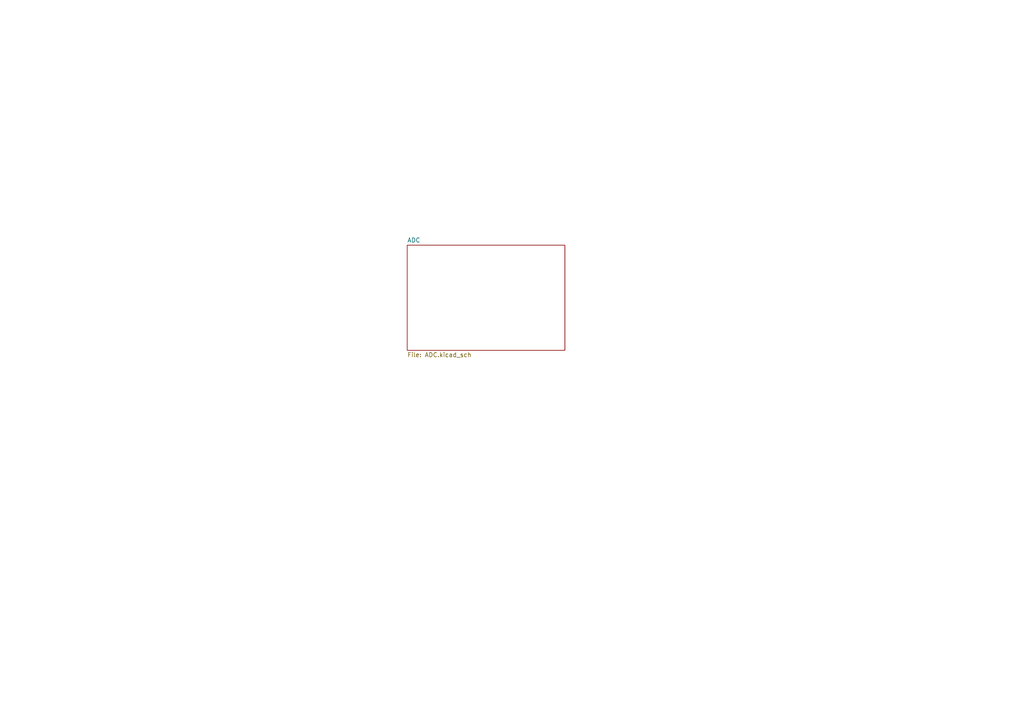
<source format=kicad_sch>
(kicad_sch
	(version 20231120)
	(generator "eeschema")
	(generator_version "8.0")
	(uuid "aaa83647-0912-4ce8-8e50-bcf9c03f3bbe")
	(paper "A4")
	(lib_symbols)
	(sheet
		(at 118.11 71.12)
		(size 45.72 30.48)
		(fields_autoplaced yes)
		(stroke
			(width 0.1524)
			(type solid)
		)
		(fill
			(color 0 0 0 0.0000)
		)
		(uuid "77424844-b48b-42bc-9283-6b649eec379f")
		(property "Sheetname" "ADC"
			(at 118.11 70.4084 0)
			(effects
				(font
					(size 1.27 1.27)
				)
				(justify left bottom)
			)
		)
		(property "Sheetfile" "ADC.kicad_sch"
			(at 118.11 102.1846 0)
			(effects
				(font
					(size 1.27 1.27)
				)
				(justify left top)
			)
		)
		(instances
			(project "AD4030"
				(path "/aaa83647-0912-4ce8-8e50-bcf9c03f3bbe"
					(page "2")
				)
			)
		)
	)
	(sheet_instances
		(path "/"
			(page "1")
		)
	)
)

</source>
